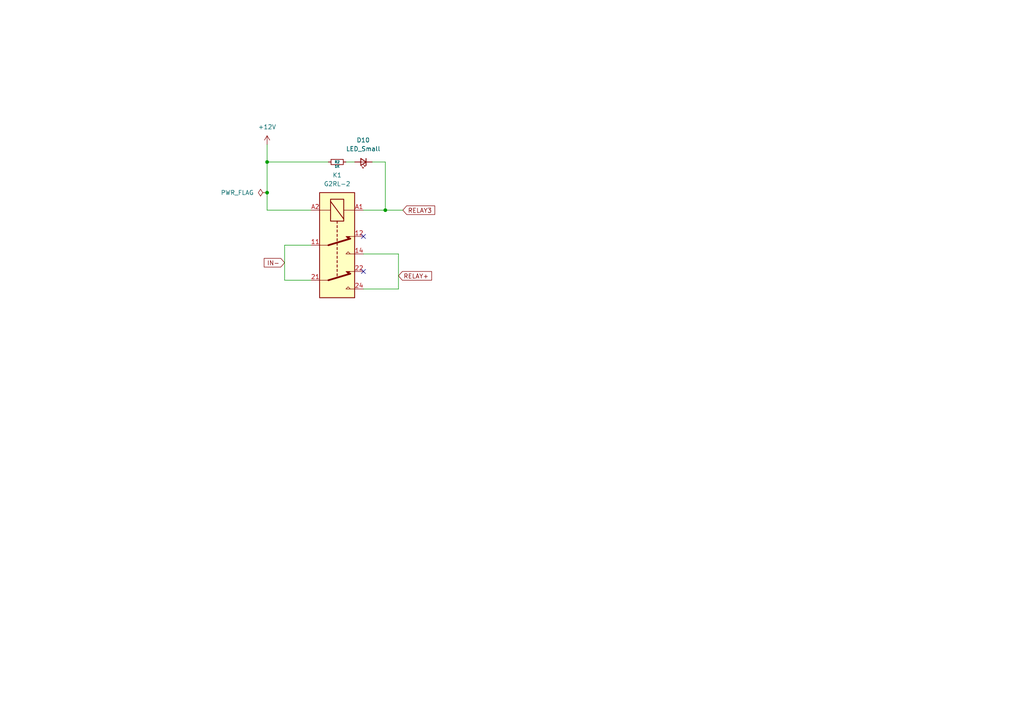
<source format=kicad_sch>
(kicad_sch (version 20230121) (generator eeschema)

  (uuid 97b44283-c05b-474e-b5af-9cb3fbc79025)

  (paper "A4")

  (lib_symbols
    (symbol "Device:LED_Small" (pin_numbers hide) (pin_names (offset 0.254) hide) (in_bom yes) (on_board yes)
      (property "Reference" "D" (at -1.27 3.175 0)
        (effects (font (size 1.27 1.27)) (justify left))
      )
      (property "Value" "LED_Small" (at -4.445 -2.54 0)
        (effects (font (size 1.27 1.27)) (justify left))
      )
      (property "Footprint" "" (at 0 0 90)
        (effects (font (size 1.27 1.27)) hide)
      )
      (property "Datasheet" "~" (at 0 0 90)
        (effects (font (size 1.27 1.27)) hide)
      )
      (property "ki_keywords" "LED diode light-emitting-diode" (at 0 0 0)
        (effects (font (size 1.27 1.27)) hide)
      )
      (property "ki_description" "Light emitting diode, small symbol" (at 0 0 0)
        (effects (font (size 1.27 1.27)) hide)
      )
      (property "ki_fp_filters" "LED* LED_SMD:* LED_THT:*" (at 0 0 0)
        (effects (font (size 1.27 1.27)) hide)
      )
      (symbol "LED_Small_0_1"
        (polyline
          (pts
            (xy -0.762 -1.016)
            (xy -0.762 1.016)
          )
          (stroke (width 0.254) (type default))
          (fill (type none))
        )
        (polyline
          (pts
            (xy 1.016 0)
            (xy -0.762 0)
          )
          (stroke (width 0) (type default))
          (fill (type none))
        )
        (polyline
          (pts
            (xy 0.762 -1.016)
            (xy -0.762 0)
            (xy 0.762 1.016)
            (xy 0.762 -1.016)
          )
          (stroke (width 0.254) (type default))
          (fill (type none))
        )
        (polyline
          (pts
            (xy 0 0.762)
            (xy -0.508 1.27)
            (xy -0.254 1.27)
            (xy -0.508 1.27)
            (xy -0.508 1.016)
          )
          (stroke (width 0) (type default))
          (fill (type none))
        )
        (polyline
          (pts
            (xy 0.508 1.27)
            (xy 0 1.778)
            (xy 0.254 1.778)
            (xy 0 1.778)
            (xy 0 1.524)
          )
          (stroke (width 0) (type default))
          (fill (type none))
        )
      )
      (symbol "LED_Small_1_1"
        (pin passive line (at -2.54 0 0) (length 1.778)
          (name "K" (effects (font (size 1.27 1.27))))
          (number "1" (effects (font (size 1.27 1.27))))
        )
        (pin passive line (at 2.54 0 180) (length 1.778)
          (name "A" (effects (font (size 1.27 1.27))))
          (number "2" (effects (font (size 1.27 1.27))))
        )
      )
    )
    (symbol "Device:R_Small" (pin_numbers hide) (pin_names (offset 0.254) hide) (in_bom yes) (on_board yes)
      (property "Reference" "R" (at 0.762 0.508 0)
        (effects (font (size 1.27 1.27)) (justify left))
      )
      (property "Value" "R_Small" (at 0.762 -1.016 0)
        (effects (font (size 1.27 1.27)) (justify left))
      )
      (property "Footprint" "" (at 0 0 0)
        (effects (font (size 1.27 1.27)) hide)
      )
      (property "Datasheet" "~" (at 0 0 0)
        (effects (font (size 1.27 1.27)) hide)
      )
      (property "ki_keywords" "R resistor" (at 0 0 0)
        (effects (font (size 1.27 1.27)) hide)
      )
      (property "ki_description" "Resistor, small symbol" (at 0 0 0)
        (effects (font (size 1.27 1.27)) hide)
      )
      (property "ki_fp_filters" "R_*" (at 0 0 0)
        (effects (font (size 1.27 1.27)) hide)
      )
      (symbol "R_Small_0_1"
        (rectangle (start -0.762 1.778) (end 0.762 -1.778)
          (stroke (width 0.2032) (type default))
          (fill (type none))
        )
      )
      (symbol "R_Small_1_1"
        (pin passive line (at 0 2.54 270) (length 0.762)
          (name "~" (effects (font (size 1.27 1.27))))
          (number "1" (effects (font (size 1.27 1.27))))
        )
        (pin passive line (at 0 -2.54 90) (length 0.762)
          (name "~" (effects (font (size 1.27 1.27))))
          (number "2" (effects (font (size 1.27 1.27))))
        )
      )
    )
    (symbol "Relay:G2RL-2" (in_bom yes) (on_board yes)
      (property "Reference" "K" (at 16.51 3.81 0)
        (effects (font (size 1.27 1.27)) (justify left))
      )
      (property "Value" "G2RL-2" (at 16.51 1.27 0)
        (effects (font (size 1.27 1.27)) (justify left))
      )
      (property "Footprint" "Relay_THT:Relay_DPDT_Omron_G2RL-2" (at 16.51 -1.27 0)
        (effects (font (size 1.27 1.27)) (justify left) hide)
      )
      (property "Datasheet" "https://omronfs.omron.com/en_US/ecb/products/pdf/en-g2rl.pdf" (at 0 0 0)
        (effects (font (size 1.27 1.27)) hide)
      )
      (property "ki_keywords" "Dual Pole Relay Omron DPDT" (at 0 0 0)
        (effects (font (size 1.27 1.27)) hide)
      )
      (property "ki_description" "General Purpose Low Profile Relay DPDT Through Hole, Omron G2RL series, 8A 250VAC" (at 0 0 0)
        (effects (font (size 1.27 1.27)) hide)
      )
      (property "ki_fp_filters" "Relay?DPDT?Omron?G2RL*" (at 0 0 0)
        (effects (font (size 1.27 1.27)) hide)
      )
      (symbol "G2RL-2_0_1"
        (rectangle (start -15.24 5.08) (end 15.24 -5.08)
          (stroke (width 0.254) (type default))
          (fill (type background))
        )
        (rectangle (start -13.335 1.905) (end -6.985 -1.905)
          (stroke (width 0.254) (type default))
          (fill (type none))
        )
        (polyline
          (pts
            (xy -12.7 -1.905)
            (xy -7.62 1.905)
          )
          (stroke (width 0.254) (type default))
          (fill (type none))
        )
        (polyline
          (pts
            (xy -10.16 -5.08)
            (xy -10.16 -1.905)
          )
          (stroke (width 0) (type default))
          (fill (type none))
        )
        (polyline
          (pts
            (xy -10.16 5.08)
            (xy -10.16 1.905)
          )
          (stroke (width 0) (type default))
          (fill (type none))
        )
        (polyline
          (pts
            (xy -6.985 0)
            (xy -6.35 0)
          )
          (stroke (width 0.254) (type default))
          (fill (type none))
        )
        (polyline
          (pts
            (xy -5.715 0)
            (xy -5.08 0)
          )
          (stroke (width 0.254) (type default))
          (fill (type none))
        )
        (polyline
          (pts
            (xy -4.445 0)
            (xy -3.81 0)
          )
          (stroke (width 0.254) (type default))
          (fill (type none))
        )
        (polyline
          (pts
            (xy -3.175 0)
            (xy -2.54 0)
          )
          (stroke (width 0.254) (type default))
          (fill (type none))
        )
        (polyline
          (pts
            (xy -1.905 0)
            (xy -1.27 0)
          )
          (stroke (width 0.254) (type default))
          (fill (type none))
        )
        (polyline
          (pts
            (xy -0.635 0)
            (xy 0 0)
          )
          (stroke (width 0.254) (type default))
          (fill (type none))
        )
        (polyline
          (pts
            (xy 0 -2.54)
            (xy -1.905 3.81)
          )
          (stroke (width 0.508) (type default))
          (fill (type none))
        )
        (polyline
          (pts
            (xy 0 -2.54)
            (xy 0 -5.08)
          )
          (stroke (width 0) (type default))
          (fill (type none))
        )
        (polyline
          (pts
            (xy 0.635 0)
            (xy 1.27 0)
          )
          (stroke (width 0.254) (type default))
          (fill (type none))
        )
        (polyline
          (pts
            (xy 1.905 0)
            (xy 2.54 0)
          )
          (stroke (width 0.254) (type default))
          (fill (type none))
        )
        (polyline
          (pts
            (xy 3.175 0)
            (xy 3.81 0)
          )
          (stroke (width 0.254) (type default))
          (fill (type none))
        )
        (polyline
          (pts
            (xy 4.445 0)
            (xy 5.08 0)
          )
          (stroke (width 0.254) (type default))
          (fill (type none))
        )
        (polyline
          (pts
            (xy 5.715 0)
            (xy 6.35 0)
          )
          (stroke (width 0.254) (type default))
          (fill (type none))
        )
        (polyline
          (pts
            (xy 6.985 0)
            (xy 7.62 0)
          )
          (stroke (width 0.254) (type default))
          (fill (type none))
        )
        (polyline
          (pts
            (xy 8.255 0)
            (xy 8.89 0)
          )
          (stroke (width 0.254) (type default))
          (fill (type none))
        )
        (polyline
          (pts
            (xy 10.16 -2.54)
            (xy 8.255 3.81)
          )
          (stroke (width 0.508) (type default))
          (fill (type none))
        )
        (polyline
          (pts
            (xy 10.16 -2.54)
            (xy 10.16 -5.08)
          )
          (stroke (width 0) (type default))
          (fill (type none))
        )
        (polyline
          (pts
            (xy -2.54 5.08)
            (xy -2.54 2.54)
            (xy -1.905 3.175)
            (xy -2.54 3.81)
          )
          (stroke (width 0) (type default))
          (fill (type outline))
        )
        (polyline
          (pts
            (xy 2.54 5.08)
            (xy 2.54 2.54)
            (xy 1.905 3.175)
            (xy 2.54 3.81)
          )
          (stroke (width 0) (type default))
          (fill (type none))
        )
        (polyline
          (pts
            (xy 7.62 5.08)
            (xy 7.62 2.54)
            (xy 8.255 3.175)
            (xy 7.62 3.81)
          )
          (stroke (width 0) (type default))
          (fill (type outline))
        )
        (polyline
          (pts
            (xy 12.7 5.08)
            (xy 12.7 2.54)
            (xy 12.065 3.175)
            (xy 12.7 3.81)
          )
          (stroke (width 0) (type default))
          (fill (type none))
        )
      )
      (symbol "G2RL-2_1_1"
        (pin passive line (at 0 -7.62 90) (length 2.54)
          (name "~" (effects (font (size 1.27 1.27))))
          (number "11" (effects (font (size 1.27 1.27))))
        )
        (pin passive line (at -2.54 7.62 270) (length 2.54)
          (name "~" (effects (font (size 1.27 1.27))))
          (number "12" (effects (font (size 1.27 1.27))))
        )
        (pin passive line (at 2.54 7.62 270) (length 2.54)
          (name "~" (effects (font (size 1.27 1.27))))
          (number "14" (effects (font (size 1.27 1.27))))
        )
        (pin passive line (at 10.16 -7.62 90) (length 2.54)
          (name "~" (effects (font (size 1.27 1.27))))
          (number "21" (effects (font (size 1.27 1.27))))
        )
        (pin passive line (at 7.62 7.62 270) (length 2.54)
          (name "~" (effects (font (size 1.27 1.27))))
          (number "22" (effects (font (size 1.27 1.27))))
        )
        (pin passive line (at 12.7 7.62 270) (length 2.54)
          (name "~" (effects (font (size 1.27 1.27))))
          (number "24" (effects (font (size 1.27 1.27))))
        )
        (pin passive line (at -10.16 7.62 270) (length 2.54)
          (name "~" (effects (font (size 1.27 1.27))))
          (number "A1" (effects (font (size 1.27 1.27))))
        )
        (pin passive line (at -10.16 -7.62 90) (length 2.54)
          (name "~" (effects (font (size 1.27 1.27))))
          (number "A2" (effects (font (size 1.27 1.27))))
        )
      )
    )
    (symbol "power:+12V" (power) (pin_names (offset 0)) (in_bom yes) (on_board yes)
      (property "Reference" "#PWR" (at 0 -3.81 0)
        (effects (font (size 1.27 1.27)) hide)
      )
      (property "Value" "+12V" (at 0 3.556 0)
        (effects (font (size 1.27 1.27)))
      )
      (property "Footprint" "" (at 0 0 0)
        (effects (font (size 1.27 1.27)) hide)
      )
      (property "Datasheet" "" (at 0 0 0)
        (effects (font (size 1.27 1.27)) hide)
      )
      (property "ki_keywords" "global power" (at 0 0 0)
        (effects (font (size 1.27 1.27)) hide)
      )
      (property "ki_description" "Power symbol creates a global label with name \"+12V\"" (at 0 0 0)
        (effects (font (size 1.27 1.27)) hide)
      )
      (symbol "+12V_0_1"
        (polyline
          (pts
            (xy -0.762 1.27)
            (xy 0 2.54)
          )
          (stroke (width 0) (type default))
          (fill (type none))
        )
        (polyline
          (pts
            (xy 0 0)
            (xy 0 2.54)
          )
          (stroke (width 0) (type default))
          (fill (type none))
        )
        (polyline
          (pts
            (xy 0 2.54)
            (xy 0.762 1.27)
          )
          (stroke (width 0) (type default))
          (fill (type none))
        )
      )
      (symbol "+12V_1_1"
        (pin power_in line (at 0 0 90) (length 0) hide
          (name "+12V" (effects (font (size 1.27 1.27))))
          (number "1" (effects (font (size 1.27 1.27))))
        )
      )
    )
    (symbol "power:PWR_FLAG" (power) (pin_numbers hide) (pin_names (offset 0) hide) (in_bom yes) (on_board yes)
      (property "Reference" "#FLG" (at 0 1.905 0)
        (effects (font (size 1.27 1.27)) hide)
      )
      (property "Value" "PWR_FLAG" (at 0 3.81 0)
        (effects (font (size 1.27 1.27)))
      )
      (property "Footprint" "" (at 0 0 0)
        (effects (font (size 1.27 1.27)) hide)
      )
      (property "Datasheet" "~" (at 0 0 0)
        (effects (font (size 1.27 1.27)) hide)
      )
      (property "ki_keywords" "flag power" (at 0 0 0)
        (effects (font (size 1.27 1.27)) hide)
      )
      (property "ki_description" "Special symbol for telling ERC where power comes from" (at 0 0 0)
        (effects (font (size 1.27 1.27)) hide)
      )
      (symbol "PWR_FLAG_0_0"
        (pin power_out line (at 0 0 90) (length 0)
          (name "pwr" (effects (font (size 1.27 1.27))))
          (number "1" (effects (font (size 1.27 1.27))))
        )
      )
      (symbol "PWR_FLAG_0_1"
        (polyline
          (pts
            (xy 0 0)
            (xy 0 1.27)
            (xy -1.016 1.905)
            (xy 0 2.54)
            (xy 1.016 1.905)
            (xy 0 1.27)
          )
          (stroke (width 0) (type default))
          (fill (type none))
        )
      )
    )
  )

  (junction (at 77.47 46.99) (diameter 0) (color 0 0 0 0)
    (uuid 03b5ba54-9625-4e1a-8696-70bbb1a51248)
  )
  (junction (at 77.47 55.88) (diameter 0) (color 0 0 0 0)
    (uuid 45b916d4-1104-476c-bf95-67c8f1129095)
  )
  (junction (at 111.76 60.96) (diameter 0) (color 0 0 0 0)
    (uuid 4db72024-32c9-40f2-986c-4648b6560c19)
  )

  (no_connect (at 105.41 68.58) (uuid 91b6c743-7687-45f2-8fe6-37c1c53dea78))
  (no_connect (at 105.41 78.74) (uuid bdafeb4b-2251-4e29-b86b-bbd902965f78))

  (wire (pts (xy 90.17 81.28) (xy 82.55 81.28))
    (stroke (width 0) (type default))
    (uuid 0be50e8d-0664-41f6-8dc3-a5e51434d583)
  )
  (wire (pts (xy 105.41 60.96) (xy 111.76 60.96))
    (stroke (width 0) (type default))
    (uuid 34242c67-c6ca-4685-aa6f-73f9c8fc675e)
  )
  (wire (pts (xy 111.76 60.96) (xy 116.84 60.96))
    (stroke (width 0) (type default))
    (uuid 447bd7de-e0ff-44b6-9c40-5a987a0bfb6e)
  )
  (wire (pts (xy 111.76 46.99) (xy 111.76 60.96))
    (stroke (width 0) (type default))
    (uuid 523bee6a-5c46-4204-b117-691cf5bb59a7)
  )
  (wire (pts (xy 90.17 71.12) (xy 82.55 71.12))
    (stroke (width 0) (type default))
    (uuid 70643e1b-7757-4d7a-81f0-9843704a4975)
  )
  (wire (pts (xy 77.47 41.91) (xy 77.47 46.99))
    (stroke (width 0) (type default))
    (uuid 7cece922-4a1f-454d-998f-0da3753876ef)
  )
  (wire (pts (xy 77.47 55.88) (xy 77.47 60.96))
    (stroke (width 0) (type default))
    (uuid 929cea62-d17d-4d1b-9a12-cc92b36bdd57)
  )
  (wire (pts (xy 107.95 46.99) (xy 111.76 46.99))
    (stroke (width 0) (type default))
    (uuid b075d0d3-3041-46c1-888f-bb0a2cec3fb9)
  )
  (wire (pts (xy 100.33 46.99) (xy 102.87 46.99))
    (stroke (width 0) (type default))
    (uuid b8371af9-80d7-4259-bc76-b06a853cc7e4)
  )
  (wire (pts (xy 82.55 71.12) (xy 82.55 81.28))
    (stroke (width 0) (type default))
    (uuid baded9c6-7e2e-43fa-ab91-30f4f42e96b5)
  )
  (wire (pts (xy 77.47 46.99) (xy 77.47 55.88))
    (stroke (width 0) (type default))
    (uuid c1e9d8a9-2822-4f8c-92ff-5b8f1fbc1759)
  )
  (wire (pts (xy 115.57 73.66) (xy 115.57 83.82))
    (stroke (width 0) (type default))
    (uuid cdaaa192-ff94-469d-87c8-29d420718645)
  )
  (wire (pts (xy 105.41 73.66) (xy 115.57 73.66))
    (stroke (width 0) (type default))
    (uuid dd600f3b-3e19-430b-a5d8-8b1246ead3bf)
  )
  (wire (pts (xy 77.47 46.99) (xy 95.25 46.99))
    (stroke (width 0) (type default))
    (uuid dd713660-14d2-4802-9c02-0947e0e382d8)
  )
  (wire (pts (xy 115.57 83.82) (xy 105.41 83.82))
    (stroke (width 0) (type default))
    (uuid e937c25b-0cc4-4e5f-8e06-d227ecd26f55)
  )
  (wire (pts (xy 77.47 60.96) (xy 90.17 60.96))
    (stroke (width 0) (type default))
    (uuid eed6f01c-907b-4535-af3a-868e6528772a)
  )

  (global_label "RELAY+" (shape input) (at 115.57 80.01 0) (fields_autoplaced)
    (effects (font (size 1.27 1.27)) (justify left))
    (uuid 2688ec7a-d6b9-4c4a-a8cc-31d658328977)
    (property "Intersheetrefs" "${INTERSHEET_REFS}" (at 125.7519 80.01 0)
      (effects (font (size 1.27 1.27)) (justify left) hide)
    )
  )
  (global_label "RELAY3" (shape input) (at 116.84 60.96 0) (fields_autoplaced)
    (effects (font (size 1.27 1.27)) (justify left))
    (uuid 35007903-973f-4e38-b9ed-f8fb44608e77)
    (property "Intersheetrefs" "${INTERSHEET_REFS}" (at 126.659 60.96 0)
      (effects (font (size 1.27 1.27)) (justify left) hide)
    )
  )
  (global_label "IN-" (shape input) (at 82.55 76.2 180) (fields_autoplaced)
    (effects (font (size 1.27 1.27)) (justify right))
    (uuid 62a91d1a-70ca-4c7b-ae79-ff1fdff52962)
    (property "Intersheetrefs" "${INTERSHEET_REFS}" (at 76.0571 76.2 0)
      (effects (font (size 1.27 1.27)) (justify right) hide)
    )
  )

  (symbol (lib_id "Relay:G2RL-2") (at 97.79 71.12 270) (unit 1)
    (in_bom yes) (on_board yes) (dnp no) (fields_autoplaced)
    (uuid 2cb818d0-5cbc-41f0-b53e-a530d0b72e5e)
    (property "Reference" "K1" (at 97.79 50.8 90)
      (effects (font (size 1.27 1.27)))
    )
    (property "Value" "G2RL-2" (at 97.79 53.34 90)
      (effects (font (size 1.27 1.27)))
    )
    (property "Footprint" "Relay_THT:Relay_DPDT_Omron_G2RL-2" (at 96.52 87.63 0)
      (effects (font (size 1.27 1.27)) (justify left) hide)
    )
    (property "Datasheet" "https://omronfs.omron.com/en_US/ecb/products/pdf/en-g2rl.pdf" (at 97.79 71.12 0)
      (effects (font (size 1.27 1.27)) hide)
    )
    (pin "11" (uuid 8ce9c764-7a9f-4a28-8618-4f6add800b4e))
    (pin "12" (uuid 1680b7ed-ba6f-4d81-bfa1-43c3433d27e3))
    (pin "14" (uuid 4cdfe6b0-b783-4f6d-a609-840bd0dc05cc))
    (pin "21" (uuid 63b07a8f-a7d0-409b-b8a8-ca58c2c98531))
    (pin "22" (uuid 732644c8-28ee-48c7-b5fa-f937ffa31d97))
    (pin "24" (uuid 59980f84-8c62-4dd4-ad35-1f880453a7a3))
    (pin "A1" (uuid 25e87a62-7f9b-4f4e-a04d-90cd2e462ca6))
    (pin "A2" (uuid 21689eb2-f54e-4972-8fcd-6b09feeabda1))
    (instances
      (project "proje1"
        (path "/de2361f6-4d87-41b2-bc17-0dac66eece83"
          (reference "K1") (unit 1)
        )
        (path "/de2361f6-4d87-41b2-bc17-0dac66eece83/2c34370c-3cbc-4d89-86aa-c6744d073f81"
          (reference "K2") (unit 1)
        )
      )
    )
  )

  (symbol (lib_id "power:PWR_FLAG") (at 77.47 55.88 90) (unit 1)
    (in_bom yes) (on_board yes) (dnp no) (fields_autoplaced)
    (uuid 8af43e18-8dae-48bb-891d-5ba46ff59e98)
    (property "Reference" "#FLG01" (at 75.565 55.88 0)
      (effects (font (size 1.27 1.27)) hide)
    )
    (property "Value" "PWR_FLAG" (at 73.66 55.88 90)
      (effects (font (size 1.27 1.27)) (justify left))
    )
    (property "Footprint" "" (at 77.47 55.88 0)
      (effects (font (size 1.27 1.27)) hide)
    )
    (property "Datasheet" "~" (at 77.47 55.88 0)
      (effects (font (size 1.27 1.27)) hide)
    )
    (pin "1" (uuid cf6514ce-9948-408c-90fd-edf9d1a49808))
    (instances
      (project "proje1"
        (path "/de2361f6-4d87-41b2-bc17-0dac66eece83"
          (reference "#FLG01") (unit 1)
        )
        (path "/de2361f6-4d87-41b2-bc17-0dac66eece83/2c34370c-3cbc-4d89-86aa-c6744d073f81"
          (reference "#FLG06") (unit 1)
        )
      )
    )
  )

  (symbol (lib_id "Device:R_Small") (at 97.79 46.99 270) (unit 1)
    (in_bom yes) (on_board yes) (dnp no)
    (uuid 97fa64a7-9f95-4e86-9c75-88f62c99e89e)
    (property "Reference" "R2" (at 97.79 46.99 90)
      (effects (font (size 0.7 0.7)))
    )
    (property "Value" "1K" (at 97.79 48.26 90)
      (effects (font (size 0.7 0.7)))
    )
    (property "Footprint" "Resistor_SMD:R_0805_2012Metric" (at 97.79 46.99 0)
      (effects (font (size 1.27 1.27)) hide)
    )
    (property "Datasheet" "~" (at 97.79 46.99 0)
      (effects (font (size 1.27 1.27)) hide)
    )
    (pin "1" (uuid f42aa2e9-0788-447f-989d-a1a718627ef1))
    (pin "2" (uuid 17fb91ca-97bb-4e94-9e68-96db6972358b))
    (instances
      (project "atmel"
        (path "/2ec441b6-2635-460b-9276-adac41783653"
          (reference "R2") (unit 1)
        )
      )
      (project "ION_MASTER_HW"
        (path "/8bb95189-a3d6-4584-af24-c3d2dceaac76"
          (reference "R?") (unit 1)
        )
        (path "/8bb95189-a3d6-4584-af24-c3d2dceaac76/99988c08-d49a-455f-b6bd-866065d84dee"
          (reference "R4") (unit 1)
        )
      )
      (project "rp2040"
        (path "/c9598c3f-0f3a-4c4d-ac85-07132829eac5"
          (reference "R?") (unit 1)
        )
      )
      (project "proje1"
        (path "/de2361f6-4d87-41b2-bc17-0dac66eece83"
          (reference "R2") (unit 1)
        )
        (path "/de2361f6-4d87-41b2-bc17-0dac66eece83/8dccd4f1-219d-4d81-883a-9579959885d3"
          (reference "R8") (unit 1)
        )
        (path "/de2361f6-4d87-41b2-bc17-0dac66eece83/2c34370c-3cbc-4d89-86aa-c6744d073f81"
          (reference "R5") (unit 1)
        )
      )
    )
  )

  (symbol (lib_id "power:+12V") (at 77.47 41.91 0) (unit 1)
    (in_bom yes) (on_board yes) (dnp no) (fields_autoplaced)
    (uuid dd6a5eae-92ca-4361-9552-3fc384beb369)
    (property "Reference" "#PWR010" (at 77.47 45.72 0)
      (effects (font (size 1.27 1.27)) hide)
    )
    (property "Value" "+12V" (at 77.47 36.83 0)
      (effects (font (size 1.27 1.27)))
    )
    (property "Footprint" "" (at 77.47 41.91 0)
      (effects (font (size 1.27 1.27)) hide)
    )
    (property "Datasheet" "" (at 77.47 41.91 0)
      (effects (font (size 1.27 1.27)) hide)
    )
    (pin "1" (uuid ba48a07a-a004-4b75-82ef-ef76a43b8708))
    (instances
      (project "proje1"
        (path "/de2361f6-4d87-41b2-bc17-0dac66eece83"
          (reference "#PWR010") (unit 1)
        )
        (path "/de2361f6-4d87-41b2-bc17-0dac66eece83/2c34370c-3cbc-4d89-86aa-c6744d073f81"
          (reference "#PWR011") (unit 1)
        )
      )
    )
  )

  (symbol (lib_id "Device:LED_Small") (at 105.41 46.99 180) (unit 1)
    (in_bom yes) (on_board yes) (dnp no) (fields_autoplaced)
    (uuid e4d7e37b-ceed-4a3d-b553-b2e6a9b101cb)
    (property "Reference" "D10" (at 105.3465 40.64 0)
      (effects (font (size 1.27 1.27)))
    )
    (property "Value" "LED_Small" (at 105.3465 43.18 0)
      (effects (font (size 1.27 1.27)))
    )
    (property "Footprint" "LED_SMD:LED_0805_2012Metric" (at 105.41 46.99 90)
      (effects (font (size 1.27 1.27)) hide)
    )
    (property "Datasheet" "~" (at 105.41 46.99 90)
      (effects (font (size 1.27 1.27)) hide)
    )
    (pin "1" (uuid c3ef8d04-528d-43de-b6ea-8e920bd16e39))
    (pin "2" (uuid 7c0a0e9d-ac78-4e1d-82d8-b46cac28b741))
    (instances
      (project "proje1"
        (path "/de2361f6-4d87-41b2-bc17-0dac66eece83"
          (reference "D10") (unit 1)
        )
        (path "/de2361f6-4d87-41b2-bc17-0dac66eece83/8dccd4f1-219d-4d81-883a-9579959885d3"
          (reference "D16") (unit 1)
        )
        (path "/de2361f6-4d87-41b2-bc17-0dac66eece83/2c34370c-3cbc-4d89-86aa-c6744d073f81"
          (reference "D11") (unit 1)
        )
      )
    )
  )
)

</source>
